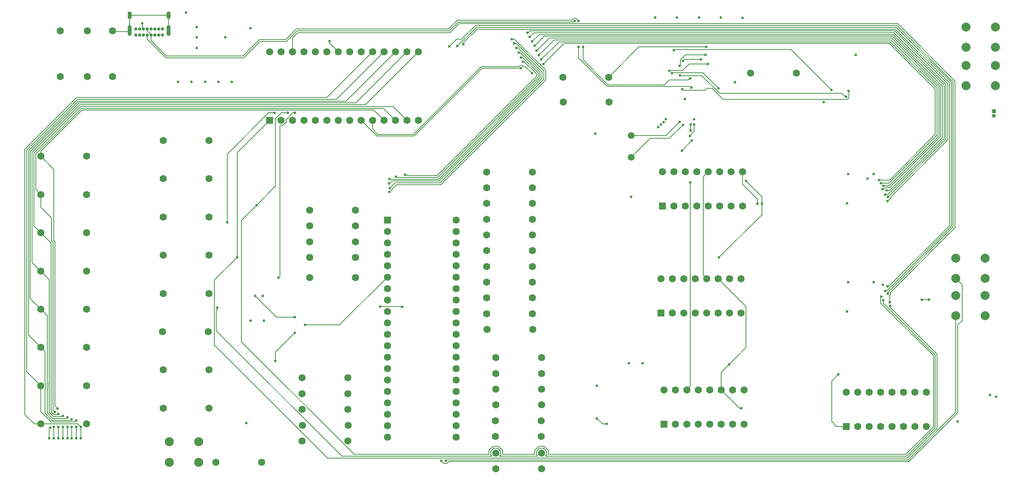
<source format=gbr>
%TF.GenerationSoftware,KiCad,Pcbnew,9.0.6*%
%TF.CreationDate,2025-12-21T16:43:38+01:00*%
%TF.ProjectId,Z80DevBoard,5a383044-6576-4426-9f61-72642e6b6963,rev?*%
%TF.SameCoordinates,Original*%
%TF.FileFunction,Copper,L4,Bot*%
%TF.FilePolarity,Positive*%
%FSLAX46Y46*%
G04 Gerber Fmt 4.6, Leading zero omitted, Abs format (unit mm)*
G04 Created by KiCad (PCBNEW 9.0.6) date 2025-12-21 16:43:38*
%MOMM*%
%LPD*%
G01*
G04 APERTURE LIST*
G04 Aperture macros list*
%AMRoundRect*
0 Rectangle with rounded corners*
0 $1 Rounding radius*
0 $2 $3 $4 $5 $6 $7 $8 $9 X,Y pos of 4 corners*
0 Add a 4 corners polygon primitive as box body*
4,1,4,$2,$3,$4,$5,$6,$7,$8,$9,$2,$3,0*
0 Add four circle primitives for the rounded corners*
1,1,$1+$1,$2,$3*
1,1,$1+$1,$4,$5*
1,1,$1+$1,$6,$7*
1,1,$1+$1,$8,$9*
0 Add four rect primitives between the rounded corners*
20,1,$1+$1,$2,$3,$4,$5,0*
20,1,$1+$1,$4,$5,$6,$7,0*
20,1,$1+$1,$6,$7,$8,$9,0*
20,1,$1+$1,$8,$9,$2,$3,0*%
G04 Aperture macros list end*
%TA.AperFunction,ComponentPad*%
%ADD10C,2.000000*%
%TD*%
%TA.AperFunction,ComponentPad*%
%ADD11C,1.600000*%
%TD*%
%TA.AperFunction,ComponentPad*%
%ADD12RoundRect,0.250000X0.550000X-0.550000X0.550000X0.550000X-0.550000X0.550000X-0.550000X-0.550000X0*%
%TD*%
%TA.AperFunction,ComponentPad*%
%ADD13C,0.700000*%
%TD*%
%TA.AperFunction,ComponentPad*%
%ADD14O,0.900000X2.400000*%
%TD*%
%TA.AperFunction,ComponentPad*%
%ADD15O,0.900000X1.700000*%
%TD*%
%TA.AperFunction,ComponentPad*%
%ADD16R,0.850000X0.850000*%
%TD*%
%TA.AperFunction,ComponentPad*%
%ADD17C,0.850000*%
%TD*%
%TA.AperFunction,ComponentPad*%
%ADD18C,1.500000*%
%TD*%
%TA.AperFunction,ComponentPad*%
%ADD19RoundRect,0.250000X-0.550000X-0.550000X0.550000X-0.550000X0.550000X0.550000X-0.550000X0.550000X0*%
%TD*%
%TA.AperFunction,ViaPad*%
%ADD20C,0.600000*%
%TD*%
%TA.AperFunction,Conductor*%
%ADD21C,0.200000*%
%TD*%
G04 APERTURE END LIST*
D10*
%TO.P,SW6,1,1*%
%TO.N,Vdd_3v3*%
X71000000Y-135000000D03*
X77500000Y-135000000D03*
%TO.P,SW6,2,2*%
%TO.N,Net-(SW5-A)*%
X71000000Y-139500000D03*
X77500000Y-139500000D03*
%TD*%
D11*
%TO.P,R16,1*%
%TO.N,Net-(SW5-A)*%
X81340000Y-139500000D03*
%TO.P,R16,2*%
%TO.N,GND*%
X91500000Y-139500000D03*
%TD*%
%TO.P,R8,1*%
%TO.N,Z80-MREQ*%
X110669500Y-131283000D03*
%TO.P,R8,2*%
%TO.N,Net-(D51-A)*%
X100509500Y-131283000D03*
%TD*%
%TO.P,R11,1*%
%TO.N,Z80-BUSACK*%
X143349500Y-133783000D03*
%TO.P,R11,2*%
%TO.N,Net-(D1-A)*%
X153509500Y-133783000D03*
%TD*%
%TO.P,R12,1*%
%TO.N,GND*%
X52741500Y-53746000D03*
%TO.P,R12,2*%
%TO.N,USB-C-CC1*%
X52741500Y-43586000D03*
%TD*%
%TO.P,R27,1*%
%TO.N,Z80-D5*%
X79592500Y-110500000D03*
%TO.P,R27,2*%
%TO.N,Net-(D33-K)*%
X69432500Y-110500000D03*
%TD*%
%TO.P,R15,1*%
%TO.N,Vcc-RP2040-RUN*%
X200000000Y-53000000D03*
%TO.P,R15,2*%
%TO.N,Vdd_3v3*%
X210160000Y-53000000D03*
%TD*%
D12*
%TO.P,ShiftRegisterIn2,1,~{PL}*%
%TO.N,RP2040-RWRAM-GPIO8-PL*%
X221240500Y-131539000D03*
D11*
%TO.P,ShiftRegisterIn2,2,CP*%
%TO.N,CLOCK_BUS*%
X223780500Y-131539000D03*
%TO.P,ShiftRegisterIn2,3,D4*%
%TO.N,Net-(D59-K)*%
X226320500Y-131539000D03*
%TO.P,ShiftRegisterIn2,4,D5*%
%TO.N,Net-(D63-K)*%
X228860500Y-131539000D03*
%TO.P,ShiftRegisterIn2,5,D6*%
%TO.N,Net-(D60-K)*%
X231400500Y-131539000D03*
%TO.P,ShiftRegisterIn2,6,D7*%
%TO.N,Net-(D64-K)*%
X233940500Y-131539000D03*
%TO.P,ShiftRegisterIn2,7,~{Q7}*%
%TO.N,unconnected-(ShiftRegisterIn2-~{Q7}-Pad7)*%
X236480500Y-131539000D03*
%TO.P,ShiftRegisterIn2,8,GND*%
%TO.N,GND*%
X239020500Y-131539000D03*
%TO.P,ShiftRegisterIn2,9,Q7*%
%TO.N,RP2040-RWRAM-GPIO7-Q7*%
X239020500Y-123919000D03*
%TO.P,ShiftRegisterIn2,10,DS*%
%TO.N,RP2040-RWRAM-GPIO6-DS*%
X236480500Y-123919000D03*
%TO.P,ShiftRegisterIn2,11,D0*%
%TO.N,Net-(D56-K)*%
X233940500Y-123919000D03*
%TO.P,ShiftRegisterIn2,12,D1*%
%TO.N,Net-(D61-K)*%
X231400500Y-123919000D03*
%TO.P,ShiftRegisterIn2,13,D2*%
%TO.N,Net-(D58-K)*%
X228860500Y-123919000D03*
%TO.P,ShiftRegisterIn2,14,D3*%
%TO.N,Net-(D62-K)*%
X226320500Y-123919000D03*
%TO.P,ShiftRegisterIn2,15,~{CE}*%
%TO.N,GND*%
X223780500Y-123919000D03*
%TO.P,ShiftRegisterIn2,16,VCC*%
%TO.N,Vdd_3v3*%
X221240500Y-123919000D03*
%TD*%
%TO.P,R40,1*%
%TO.N,Net-(D8-A)*%
X151672500Y-110000000D03*
%TO.P,R40,2*%
%TO.N,Z80-A0*%
X141512500Y-110000000D03*
%TD*%
%TO.P,R44,1*%
%TO.N,Net-(D26-A)*%
X151592500Y-103000000D03*
%TO.P,R44,2*%
%TO.N,Z80-A2*%
X141432500Y-103000000D03*
%TD*%
%TO.P,R46,1*%
%TO.N,Net-(D16-A)*%
X102092500Y-87000000D03*
%TO.P,R46,2*%
%TO.N,Z80-A12*%
X112252500Y-87000000D03*
%TD*%
%TO.P,R6,1*%
%TO.N,Z80-RESET*%
X143429500Y-123283000D03*
%TO.P,R6,2*%
%TO.N,Vcc*%
X153589500Y-123283000D03*
%TD*%
%TO.P,R25,1*%
%TO.N,Z80-D0*%
X79752500Y-68000000D03*
%TO.P,R25,2*%
%TO.N,Net-(D31-K)*%
X69592500Y-68000000D03*
%TD*%
%TO.P,R17,1*%
%TO.N,RP2040-Z80BOOTMODE*%
X168551500Y-59436000D03*
%TO.P,R17,2*%
%TO.N,Vdd_3v3*%
X158391500Y-59436000D03*
%TD*%
%TO.P,R26,1*%
%TO.N,Z80-D1*%
X79752500Y-76500000D03*
%TO.P,R26,2*%
%TO.N,Net-(D35-K)*%
X69592500Y-76500000D03*
%TD*%
%TO.P,R21,1*%
%TO.N,Z80-WR*%
X143432500Y-137500000D03*
%TO.P,R21,2*%
%TO.N,Net-(D55-A)*%
X153592500Y-137500000D03*
%TD*%
%TO.P,R9,1*%
%TO.N,Z80-M1*%
X143429500Y-119783000D03*
%TO.P,R9,2*%
%TO.N,Net-(D52-A)*%
X153589500Y-119783000D03*
%TD*%
%TO.P,R35,1*%
%TO.N,Net-(D43-A)*%
X52592500Y-97000000D03*
%TO.P,R35,2*%
%TO.N,RAM-Q3*%
X42432500Y-97000000D03*
%TD*%
%TO.P,R43,1*%
%TO.N,Net-(D14-A)*%
X102092500Y-83500000D03*
%TO.P,R43,2*%
%TO.N,Z80-A11*%
X112252500Y-83500000D03*
%TD*%
D10*
%TO.P,SW1,1,1*%
%TO.N,GND*%
X245583950Y-102434000D03*
X252083950Y-102434000D03*
%TO.P,SW1,2,2*%
%TO.N,Z80-WAIT*%
X245583950Y-106934000D03*
X252083950Y-106934000D03*
%TD*%
D11*
%TO.P,R36,1*%
%TO.N,Z80-D3*%
X79752500Y-93500000D03*
%TO.P,R36,2*%
%TO.N,Net-(D43-K)*%
X69592500Y-93500000D03*
%TD*%
%TO.P,R10,1*%
%TO.N,Z80-RFSH*%
X143429500Y-116283000D03*
%TO.P,R10,2*%
%TO.N,Net-(D53-A)*%
X153589500Y-116283000D03*
%TD*%
D12*
%TO.P,ShiftRegisterOut3,1,QB*%
%TO.N,Net-(D5-A)*%
X180411900Y-82539000D03*
D11*
%TO.P,ShiftRegisterOut3,2,QC*%
%TO.N,Net-(D7-A)*%
X182951900Y-82539000D03*
%TO.P,ShiftRegisterOut3,3,QD*%
%TO.N,Net-(D9-A)*%
X185491900Y-82539000D03*
%TO.P,ShiftRegisterOut3,4,QE*%
%TO.N,Net-(D11-A)*%
X188031900Y-82539000D03*
%TO.P,ShiftRegisterOut3,5,QF*%
%TO.N,Net-(D13-A)*%
X190571900Y-82539000D03*
%TO.P,ShiftRegisterOut3,6,QG*%
%TO.N,Net-(D15-A)*%
X193111900Y-82539000D03*
%TO.P,ShiftRegisterOut3,7,QH*%
%TO.N,Net-(D17-A)*%
X195651900Y-82539000D03*
%TO.P,ShiftRegisterOut3,8,GND*%
%TO.N,GND*%
X198191900Y-82539000D03*
%TO.P,ShiftRegisterOut3,9,QH'*%
%TO.N,Net-(ShiftRegisterOut1-SER)*%
X198191900Y-74919000D03*
%TO.P,ShiftRegisterOut3,10,~{SRCLR}*%
%TO.N,Vdd_3v3*%
X195651900Y-74919000D03*
%TO.P,ShiftRegisterOut3,11,SRCLK*%
%TO.N,CLOCK_BUS*%
X193111900Y-74919000D03*
%TO.P,ShiftRegisterOut3,12,RCLK*%
%TO.N,RP2040-SH-GPIO4-RCLK*%
X190571900Y-74919000D03*
%TO.P,ShiftRegisterOut3,13,~{OE}*%
%TO.N,GND*%
X188031900Y-74919000D03*
%TO.P,ShiftRegisterOut3,14,SER*%
%TO.N,RP2040-SH-GPIO2-SER*%
X185491900Y-74919000D03*
%TO.P,ShiftRegisterOut3,15,QA*%
%TO.N,Net-(D3-A)*%
X182951900Y-74919000D03*
%TO.P,ShiftRegisterOut3,16,VCC*%
%TO.N,Vdd_3v3*%
X180411900Y-74919000D03*
%TD*%
%TO.P,R2,1*%
%TO.N,Vcc*%
X100429500Y-120783000D03*
%TO.P,R2,2*%
%TO.N,Z80-INT*%
X110589500Y-120783000D03*
%TD*%
%TO.P,R4,1*%
%TO.N,Z80-HALT*%
X110589500Y-127783000D03*
%TO.P,R4,2*%
%TO.N,Net-(D45-A)*%
X100429500Y-127783000D03*
%TD*%
D10*
%TO.P,SW2,1,1*%
%TO.N,GND*%
X245583950Y-94184000D03*
X252083950Y-94184000D03*
%TO.P,SW2,2,2*%
%TO.N,Z80-RESET*%
X245583950Y-98684000D03*
X252083950Y-98684000D03*
%TD*%
D11*
%TO.P,R41,1*%
%TO.N,Net-(D22-A)*%
X151592500Y-106500000D03*
%TO.P,R41,2*%
%TO.N,Z80-A1*%
X141432500Y-106500000D03*
%TD*%
%TO.P,R37,1*%
%TO.N,Z80-D7*%
X79752500Y-127500000D03*
%TO.P,R37,2*%
%TO.N,Net-(D41-K)*%
X69592500Y-127500000D03*
%TD*%
%TO.P,R31,1*%
%TO.N,Net-(D37-A)*%
X52592500Y-122500000D03*
%TO.P,R31,2*%
%TO.N,RAM-Q6*%
X42432500Y-122500000D03*
%TD*%
%TO.P,R30,1*%
%TO.N,Net-(D39-A)*%
X52592500Y-88500000D03*
%TO.P,R30,2*%
%TO.N,RAM-Q2*%
X42432500Y-88500000D03*
%TD*%
%TO.P,R28,1*%
%TO.N,Net-(D33-A)*%
X52592500Y-114000000D03*
%TO.P,R28,2*%
%TO.N,RAM-Q5*%
X42432500Y-114000000D03*
%TD*%
%TO.P,R24,1*%
%TO.N,Z80-D4*%
X79752500Y-102000000D03*
%TO.P,R24,2*%
%TO.N,Net-(D47-K)*%
X69592500Y-102000000D03*
%TD*%
%TO.P,R48,1*%
%TO.N,Net-(D6-A)*%
X151592500Y-82000000D03*
%TO.P,R48,2*%
%TO.N,Z80-A8*%
X141432500Y-82000000D03*
%TD*%
D13*
%TO.P,USB_C1,A1,GND*%
%TO.N,GND*%
X69475000Y-44525000D03*
%TO.P,USB_C1,A4,VBUS*%
%TO.N,USB-C-VBUS*%
X68625000Y-44525000D03*
%TO.P,USB_C1,A5,CC1*%
%TO.N,USB-C-CC1*%
X67775000Y-44525000D03*
%TO.P,USB_C1,A6,D+*%
%TO.N,USB-RP2040-DP*%
X66925000Y-44525000D03*
%TO.P,USB_C1,A7,D-*%
%TO.N,USB-RP2040-DM*%
X66075000Y-44525000D03*
%TO.P,USB_C1,A8*%
%TO.N,N/C*%
X65225000Y-44525000D03*
%TO.P,USB_C1,A9,VBUS*%
%TO.N,USB-C-VBUS*%
X64375000Y-44525000D03*
%TO.P,USB_C1,A12,GND*%
%TO.N,GND*%
X63525000Y-44525000D03*
%TO.P,USB_C1,B1,GND*%
X63525000Y-43175000D03*
%TO.P,USB_C1,B4,VBUS*%
%TO.N,USB-C-VBUS*%
X64375000Y-43175000D03*
%TO.P,USB_C1,B5,CC2*%
%TO.N,USB-C-CC2*%
X65225000Y-43175000D03*
%TO.P,USB_C1,B6,D+*%
%TO.N,USB-RP2040-DP*%
X66075000Y-43175000D03*
%TO.P,USB_C1,B7,D-*%
%TO.N,USB-RP2040-DM*%
X66925000Y-43175000D03*
%TO.P,USB_C1,B8*%
%TO.N,N/C*%
X67775000Y-43175000D03*
%TO.P,USB_C1,B9,VBUS*%
%TO.N,USB-C-VBUS*%
X68625000Y-43175000D03*
%TO.P,USB_C1,B12,GND*%
%TO.N,GND*%
X69475000Y-43175000D03*
D14*
%TO.P,USB_C1,S1,SHIELD*%
%TO.N,Net-(USB_C1-SHIELD)*%
X70825000Y-43545000D03*
D15*
X70825000Y-40165000D03*
D14*
X62175000Y-43545000D03*
D15*
X62175000Y-40165000D03*
%TD*%
D11*
%TO.P,R23,1*%
%TO.N,Net-(D47-A)*%
X52592500Y-105500000D03*
%TO.P,R23,2*%
%TO.N,RAM-Q4*%
X42432500Y-105500000D03*
%TD*%
%TO.P,R5,1*%
%TO.N,Z80-WAIT*%
X143349500Y-130283000D03*
%TO.P,R5,2*%
%TO.N,Vcc*%
X153509500Y-130283000D03*
%TD*%
D16*
%TO.P,J1,1,Pin_1*%
%TO.N,RP2040-SWCLK-PIN*%
X254000000Y-61500000D03*
D17*
%TO.P,J1,2,Pin_2*%
%TO.N,RP2040-SWD-PIN*%
X254000000Y-62500000D03*
%TD*%
D10*
%TO.P,SW3,1,1*%
%TO.N,GND*%
X247833950Y-42750000D03*
X254333950Y-42750000D03*
%TO.P,SW3,2,2*%
%TO.N,RP2040-Z80BOOTMODE*%
X247833950Y-47250000D03*
X254333950Y-47250000D03*
%TD*%
D11*
%TO.P,R52,1*%
%TO.N,Net-(D20-A)*%
X102092500Y-94000000D03*
%TO.P,R52,2*%
%TO.N,Z80-A14*%
X112252500Y-94000000D03*
%TD*%
%TO.P,R38,1*%
%TO.N,Net-(D12-A)*%
X151592500Y-75000000D03*
%TO.P,R38,2*%
%TO.N,Z80-A10*%
X141432500Y-75000000D03*
%TD*%
%TO.P,R7,1*%
%TO.N,Z80-IORQ*%
X110589500Y-134783000D03*
%TO.P,R7,2*%
%TO.N,Net-(D50-A)*%
X100429500Y-134783000D03*
%TD*%
%TO.P,R13,1*%
%TO.N,USB-C-CC2*%
X46741500Y-43586000D03*
%TO.P,R13,2*%
%TO.N,GND*%
X46741500Y-53746000D03*
%TD*%
%TO.P,R32,1*%
%TO.N,Z80-D2*%
X79752500Y-85000000D03*
%TO.P,R32,2*%
%TO.N,Net-(D39-K)*%
X69592500Y-85000000D03*
%TD*%
%TO.P,R45,1*%
%TO.N,Net-(D4-A)*%
X151592500Y-85500000D03*
%TO.P,R45,2*%
%TO.N,Z80-A7*%
X141432500Y-85500000D03*
%TD*%
%TO.P,R49,1*%
%TO.N,Net-(D18-A)*%
X102092500Y-90500000D03*
%TO.P,R49,2*%
%TO.N,Z80-A13*%
X112252500Y-90500000D03*
%TD*%
%TO.P,R33,1*%
%TO.N,Z80-D6*%
X79752500Y-119000000D03*
%TO.P,R33,2*%
%TO.N,Net-(D37-K)*%
X69592500Y-119000000D03*
%TD*%
%TO.P,R22,1*%
%TO.N,Net-(D31-A)*%
X52592500Y-71500000D03*
%TO.P,R22,2*%
%TO.N,RAM-Q0*%
X42432500Y-71500000D03*
%TD*%
%TO.P,R14,1*%
%TO.N,GND*%
X58391500Y-53786000D03*
%TO.P,R14,2*%
%TO.N,Net-(USB_C1-SHIELD)*%
X58391500Y-43626000D03*
%TD*%
%TO.P,R3,1*%
%TO.N,Z80-NMI*%
X110589500Y-124283000D03*
%TO.P,R3,2*%
%TO.N,Vcc*%
X100429500Y-124283000D03*
%TD*%
D12*
%TO.P,ShiftRegisterOut2,1,QB*%
%TO.N,Net-(D61-A)*%
X180740500Y-131039000D03*
D11*
%TO.P,ShiftRegisterOut2,2,QC*%
%TO.N,Net-(D58-A)*%
X183280500Y-131039000D03*
%TO.P,ShiftRegisterOut2,3,QD*%
%TO.N,Net-(D62-A)*%
X185820500Y-131039000D03*
%TO.P,ShiftRegisterOut2,4,QE*%
%TO.N,Net-(D59-A)*%
X188360500Y-131039000D03*
%TO.P,ShiftRegisterOut2,5,QF*%
%TO.N,Net-(D63-A)*%
X190900500Y-131039000D03*
%TO.P,ShiftRegisterOut2,6,QG*%
%TO.N,Net-(D60-A)*%
X193440500Y-131039000D03*
%TO.P,ShiftRegisterOut2,7,QH*%
%TO.N,Net-(D64-A)*%
X195980500Y-131039000D03*
%TO.P,ShiftRegisterOut2,8,GND*%
%TO.N,GND*%
X198520500Y-131039000D03*
%TO.P,ShiftRegisterOut2,9,QH'*%
%TO.N,unconnected-(ShiftRegisterOut2-QH'-Pad9)*%
X198520500Y-123419000D03*
%TO.P,ShiftRegisterOut2,10,~{SRCLR}*%
%TO.N,Vdd_3v3*%
X195980500Y-123419000D03*
%TO.P,ShiftRegisterOut2,11,SRCLK*%
%TO.N,CLOCK_BUS*%
X193440500Y-123419000D03*
%TO.P,ShiftRegisterOut2,12,RCLK*%
%TO.N,RP2040-SH-GPIO3-RCLK*%
X190900500Y-123419000D03*
%TO.P,ShiftRegisterOut2,13,~{OE}*%
%TO.N,GND*%
X188360500Y-123419000D03*
%TO.P,ShiftRegisterOut2,14,SER*%
%TO.N,RP2040-SH-GPIO3-SER*%
X185820500Y-123419000D03*
%TO.P,ShiftRegisterOut2,15,QA*%
%TO.N,Net-(D56-A)*%
X183280500Y-123419000D03*
%TO.P,ShiftRegisterOut2,16,VCC*%
%TO.N,Vdd_3v3*%
X180740500Y-123419000D03*
%TD*%
%TO.P,R29,1*%
%TO.N,Net-(D35-A)*%
X52592500Y-80000000D03*
%TO.P,R29,2*%
%TO.N,RAM-Q1*%
X42432500Y-80000000D03*
%TD*%
D12*
%TO.P,ShiftRegisterOut1,1,QB*%
%TO.N,Net-(D27-A)*%
X180131900Y-106344000D03*
D11*
%TO.P,ShiftRegisterOut1,2,QC*%
%TO.N,Net-(D21-A)*%
X182671900Y-106344000D03*
%TO.P,ShiftRegisterOut1,3,QD*%
%TO.N,Net-(D29-A)*%
X185211900Y-106344000D03*
%TO.P,ShiftRegisterOut1,4,QE*%
%TO.N,Net-(D23-A)*%
X187751900Y-106344000D03*
%TO.P,ShiftRegisterOut1,5,QF*%
%TO.N,Net-(D46-A)*%
X190291900Y-106344000D03*
%TO.P,ShiftRegisterOut1,6,QG*%
%TO.N,Net-(D25-A)*%
X192831900Y-106344000D03*
%TO.P,ShiftRegisterOut1,7,QH*%
%TO.N,Net-(D54-A)*%
X195371900Y-106344000D03*
%TO.P,ShiftRegisterOut1,8,GND*%
%TO.N,GND*%
X197911900Y-106344000D03*
%TO.P,ShiftRegisterOut1,9,QH'*%
%TO.N,unconnected-(ShiftRegisterOut1-QH'-Pad9)*%
X197911900Y-98724000D03*
%TO.P,ShiftRegisterOut1,10,~{SRCLR}*%
%TO.N,Vdd_3v3*%
X195371900Y-98724000D03*
%TO.P,ShiftRegisterOut1,11,SRCLK*%
%TO.N,CLOCK_BUS*%
X192831900Y-98724000D03*
%TO.P,ShiftRegisterOut1,12,RCLK*%
%TO.N,RP2040-SH-GPIO4-RCLK*%
X190291900Y-98724000D03*
%TO.P,ShiftRegisterOut1,13,~{OE}*%
%TO.N,GND*%
X187751900Y-98724000D03*
%TO.P,ShiftRegisterOut1,14,SER*%
%TO.N,Net-(ShiftRegisterOut1-SER)*%
X185211900Y-98724000D03*
%TO.P,ShiftRegisterOut1,15,QA*%
%TO.N,Net-(D19-A)*%
X182671900Y-98724000D03*
%TO.P,ShiftRegisterOut1,16,VCC*%
%TO.N,Vdd_3v3*%
X180131900Y-98724000D03*
%TD*%
D10*
%TO.P,SW4,1,1*%
%TO.N,GND*%
X247833950Y-51300000D03*
X254333950Y-51300000D03*
%TO.P,SW4,2,2*%
%TO.N,RP2040-RPBOOTMODE*%
X247833950Y-55800000D03*
X254333950Y-55800000D03*
%TD*%
D12*
%TO.P,RAM1,1,A14*%
%TO.N,RAM-A14*%
X93232500Y-63500000D03*
D11*
%TO.P,RAM1,2,A12*%
%TO.N,RAM-A12*%
X95772500Y-63500000D03*
%TO.P,RAM1,3,A7*%
%TO.N,RAM-A7*%
X98312500Y-63500000D03*
%TO.P,RAM1,4,A6*%
%TO.N,RAM-A6*%
X100852500Y-63500000D03*
%TO.P,RAM1,5,A5*%
%TO.N,RAM-A5*%
X103392500Y-63500000D03*
%TO.P,RAM1,6,A4*%
%TO.N,RAM-A4*%
X105932500Y-63500000D03*
%TO.P,RAM1,7,A3*%
%TO.N,RAM-A3*%
X108472500Y-63500000D03*
%TO.P,RAM1,8,A2*%
%TO.N,RAM-A2*%
X111012500Y-63500000D03*
%TO.P,RAM1,9,A1*%
%TO.N,RAM-A1*%
X113552500Y-63500000D03*
%TO.P,RAM1,10,A0*%
%TO.N,RAM-A0*%
X116092500Y-63500000D03*
%TO.P,RAM1,11,Q0*%
%TO.N,RAM-Q0*%
X118632500Y-63500000D03*
%TO.P,RAM1,12,Q1*%
%TO.N,RAM-Q1*%
X121172500Y-63500000D03*
%TO.P,RAM1,13,Q2*%
%TO.N,RAM-Q2*%
X123712500Y-63500000D03*
%TO.P,RAM1,14,GND*%
%TO.N,GND*%
X126252500Y-63500000D03*
%TO.P,RAM1,15,Q3*%
%TO.N,RAM-Q3*%
X126252500Y-48260000D03*
%TO.P,RAM1,16,Q4*%
%TO.N,RAM-Q4*%
X123712500Y-48260000D03*
%TO.P,RAM1,17,Q5*%
%TO.N,RAM-Q5*%
X121172500Y-48260000D03*
%TO.P,RAM1,18,Q6*%
%TO.N,RAM-Q6*%
X118632500Y-48260000D03*
%TO.P,RAM1,19,Q7*%
%TO.N,RAM-Q7*%
X116092500Y-48260000D03*
%TO.P,RAM1,20,~{CS}*%
%TO.N,RAM-CS*%
X113552500Y-48260000D03*
%TO.P,RAM1,21,A10*%
%TO.N,RAM-A10*%
X111012500Y-48260000D03*
%TO.P,RAM1,22,~{OE}*%
%TO.N,RAM-OE*%
X108472500Y-48260000D03*
%TO.P,RAM1,23,A11*%
%TO.N,RAM-A11*%
X105932500Y-48260000D03*
%TO.P,RAM1,24,A9*%
%TO.N,RAM-A9*%
X103392500Y-48260000D03*
%TO.P,RAM1,25,A8*%
%TO.N,RAM-A8*%
X100852500Y-48260000D03*
%TO.P,RAM1,26,A13*%
%TO.N,RAM-A13*%
X98312500Y-48260000D03*
%TO.P,RAM1,27,~{WE}*%
%TO.N,RAM-WE*%
X95772500Y-48260000D03*
%TO.P,RAM1,28,VCC*%
%TO.N,Vcc*%
X93232500Y-48260000D03*
%TD*%
%TO.P,R51,1*%
%TO.N,Net-(D24-A)*%
X151592500Y-78500000D03*
%TO.P,R51,2*%
%TO.N,Z80-A9*%
X141432500Y-78500000D03*
%TD*%
%TO.P,R20,1*%
%TO.N,Z80-RD*%
X143432500Y-141000000D03*
%TO.P,R20,2*%
%TO.N,Net-(D49-A)*%
X153592500Y-141000000D03*
%TD*%
D18*
%TO.P,Y1,1,1*%
%TO.N,RP2040_XIN*%
X173500000Y-66870000D03*
%TO.P,Y1,2,2*%
%TO.N,RP2040_XOUT*%
X173500000Y-71750000D03*
%TD*%
D11*
%TO.P,R39,1*%
%TO.N,Net-(D10-A)*%
X151592500Y-92500000D03*
%TO.P,R39,2*%
%TO.N,Z80-A5*%
X141432500Y-92500000D03*
%TD*%
%TO.P,R47,1*%
%TO.N,Net-(D28-A)*%
X151592500Y-99500000D03*
%TO.P,R47,2*%
%TO.N,Z80-A3*%
X141432500Y-99500000D03*
%TD*%
%TO.P,R50,1*%
%TO.N,Net-(D30-A)*%
X151592500Y-96000000D03*
%TO.P,R50,2*%
%TO.N,Z80-A4*%
X141432500Y-96000000D03*
%TD*%
D19*
%TO.P,Z80,1,A_{11}*%
%TO.N,Z80-A11*%
X119389500Y-85658000D03*
D11*
%TO.P,Z80,2,A_{12}*%
%TO.N,Z80-A12*%
X119389500Y-88198000D03*
%TO.P,Z80,3,A_{13}*%
%TO.N,Z80-A13*%
X119389500Y-90738000D03*
%TO.P,Z80,4,A_{14}*%
%TO.N,Z80-A14*%
X119389500Y-93278000D03*
%TO.P,Z80,5,A_{15}*%
%TO.N,Z80-A15*%
X119389500Y-95818000D03*
%TO.P,Z80,6,CLK*%
%TO.N,CLOCK_Z80*%
X119389500Y-98358000D03*
%TO.P,Z80,7,D_{4}*%
%TO.N,Z80-D4*%
X119389500Y-100898000D03*
%TO.P,Z80,8,D_{3}*%
%TO.N,Z80-D3*%
X119389500Y-103438000D03*
%TO.P,Z80,9,D_{5}*%
%TO.N,Z80-D5*%
X119389500Y-105978000D03*
%TO.P,Z80,10,D_{6}*%
%TO.N,Z80-D6*%
X119389500Y-108518000D03*
%TO.P,Z80,11,V_{CC}*%
%TO.N,Vcc*%
X119389500Y-111058000D03*
%TO.P,Z80,12,D_{2}*%
%TO.N,Z80-D2*%
X119389500Y-113598000D03*
%TO.P,Z80,13,D_{7}*%
%TO.N,Z80-D7*%
X119389500Y-116138000D03*
%TO.P,Z80,14,D_{0}*%
%TO.N,Z80-D0*%
X119389500Y-118678000D03*
%TO.P,Z80,15,D_{1}*%
%TO.N,Z80-D1*%
X119389500Y-121218000D03*
%TO.P,Z80,16,~{INT}*%
%TO.N,Z80-INT*%
X119389500Y-123758000D03*
%TO.P,Z80,17,~{NMI}*%
%TO.N,Z80-NMI*%
X119389500Y-126298000D03*
%TO.P,Z80,18,~{HALT}*%
%TO.N,Z80-HALT*%
X119389500Y-128838000D03*
%TO.P,Z80,19,~{MREQ}*%
%TO.N,Z80-MREQ*%
X119389500Y-131378000D03*
%TO.P,Z80,20,~{IORQ}*%
%TO.N,Z80-IORQ*%
X119389500Y-133918000D03*
%TO.P,Z80,21,~{RD}*%
%TO.N,Z80-RD*%
X134629500Y-133918000D03*
%TO.P,Z80,22,~{WR}*%
%TO.N,Z80-WR*%
X134629500Y-131378000D03*
%TO.P,Z80,23,~{BUSACK}*%
%TO.N,Z80-BUSACK*%
X134629500Y-128838000D03*
%TO.P,Z80,24,~{WAIT}*%
%TO.N,Z80-WAIT*%
X134629500Y-126298000D03*
%TO.P,Z80,25,~{BUSREQ}*%
%TO.N,Z80-BUSREQ*%
X134629500Y-123758000D03*
%TO.P,Z80,26,~{RESET}*%
%TO.N,Z80-RESET*%
X134629500Y-121218000D03*
%TO.P,Z80,27,~{M1}*%
%TO.N,Z80-M1*%
X134629500Y-118678000D03*
%TO.P,Z80,28,~{RFSH}*%
%TO.N,Z80-RFSH*%
X134629500Y-116138000D03*
%TO.P,Z80,29,GND*%
%TO.N,GND*%
X134629500Y-113598000D03*
%TO.P,Z80,30,A_{0}*%
%TO.N,Z80-A0*%
X134629500Y-111058000D03*
%TO.P,Z80,31,A_{1}*%
%TO.N,Z80-A1*%
X134629500Y-108518000D03*
%TO.P,Z80,32,A_{2}*%
%TO.N,Z80-A2*%
X134629500Y-105978000D03*
%TO.P,Z80,33,A_{3}*%
%TO.N,Z80-A3*%
X134629500Y-103438000D03*
%TO.P,Z80,34,A_{4}*%
%TO.N,Z80-A4*%
X134629500Y-100898000D03*
%TO.P,Z80,35,A_{5}*%
%TO.N,Z80-A5*%
X134629500Y-98358000D03*
%TO.P,Z80,36,A_{6}*%
%TO.N,Z80-A6*%
X134629500Y-95818000D03*
%TO.P,Z80,37,A_{7}*%
%TO.N,Z80-A7*%
X134629500Y-93278000D03*
%TO.P,Z80,38,A_{8}*%
%TO.N,Z80-A8*%
X134629500Y-90738000D03*
%TO.P,Z80,39,A_{9}*%
%TO.N,Z80-A9*%
X134629500Y-88198000D03*
%TO.P,Z80,40,A_{10}*%
%TO.N,Z80-A10*%
X134629500Y-85658000D03*
%TD*%
%TO.P,R1,1*%
%TO.N,Vcc*%
X153589500Y-126783000D03*
%TO.P,R1,2*%
%TO.N,Z80-BUSREQ*%
X143429500Y-126783000D03*
%TD*%
%TO.P,R18,1*%
%TO.N,RP2040-RPBOOTMODE*%
X168471500Y-53936000D03*
%TO.P,R18,2*%
%TO.N,Vdd_3v3*%
X158311500Y-53936000D03*
%TD*%
%TO.P,R34,1*%
%TO.N,Net-(D41-A)*%
X52592500Y-131000000D03*
%TO.P,R34,2*%
%TO.N,RAM-Q7*%
X42432500Y-131000000D03*
%TD*%
%TO.P,R19,1*%
%TO.N,Z80-A15*%
X112252500Y-98500000D03*
%TO.P,R19,2*%
%TO.N,Net-(D57-A)*%
X102092500Y-98500000D03*
%TD*%
%TO.P,R42,1*%
%TO.N,Net-(D2-A)*%
X151592500Y-89000000D03*
%TO.P,R42,2*%
%TO.N,Z80-A6*%
X141432500Y-89000000D03*
%TD*%
D20*
%TO.N,RAM-A4*%
X230192139Y-79043634D03*
%TO.N,RP2040-SH-GPIO3-SER*%
X186650900Y-77349100D03*
%TO.N,CLOCK_BUS*%
X195250000Y-117750000D03*
%TO.N,RP2040-RWRAM-GPIO5-DIR*%
X187000010Y-68000000D03*
%TO.N,Vdd_3v3*%
X91700000Y-102500000D03*
%TO.N,RAM-A7*%
X119837404Y-79384161D03*
%TO.N,RAM-A4*%
X119838215Y-76556785D03*
%TO.N,RAM-A5*%
X119695129Y-77543658D03*
%TO.N,RAM-A11*%
X229000000Y-102703000D03*
%TO.N,RAM-WE*%
X165909500Y-129783000D03*
X168100000Y-131009441D03*
%TO.N,RAM-A8*%
X136281196Y-46541234D03*
%TO.N,RAM-OE*%
X106500000Y-45900000D03*
%TO.N,RAM-A12*%
X122694500Y-105000000D03*
X117807000Y-104877000D03*
%TO.N,Net-(SW5-A)*%
X98850000Y-110750000D03*
X94500000Y-117000000D03*
%TO.N,Net-(O2--)*%
X90000000Y-102500000D03*
X98850000Y-107250000D03*
%TO.N,GND*%
X89000000Y-108000000D03*
%TO.N,CLOCK_Z80*%
X101150000Y-109000000D03*
%TO.N,RAM-A14*%
X86000000Y-94000000D03*
X230956812Y-104779186D03*
%TO.N,RAM-A9*%
X134932010Y-47000000D03*
X229891500Y-101436000D03*
%TO.N,RAM-Q6*%
X50333950Y-131684000D03*
X50333950Y-130184000D03*
X50333950Y-134184000D03*
%TO.N,RAM-Q5*%
X49333950Y-131684000D03*
X49333950Y-129999000D03*
X49333950Y-134184000D03*
%TO.N,RAM-A10*%
X133092500Y-47100000D03*
X230457187Y-102001687D03*
%TO.N,RAM-A7*%
X230391500Y-81436000D03*
X150500000Y-44000000D03*
X147000000Y-45436000D03*
%TO.N,RAM-A5*%
X229908039Y-80026152D03*
X151500000Y-46000000D03*
X148000000Y-47436000D03*
%TO.N,RAM-A12*%
X81600000Y-105184000D03*
X229500000Y-103436000D03*
%TO.N,RAM-Q4*%
X48333950Y-129584000D03*
X48333950Y-131684000D03*
X48333950Y-134184000D03*
%TO.N,Vcc*%
X74726500Y-39586000D03*
X227385400Y-75453000D03*
X253143000Y-124564000D03*
X75891500Y-54936000D03*
X221660400Y-75453000D03*
X227385400Y-99453000D03*
X223391500Y-48936000D03*
X221660400Y-99453000D03*
X77091500Y-47386000D03*
%TO.N,RAM-A11*%
X90333950Y-82400000D03*
X97333950Y-61843000D03*
%TO.N,RAM-Q7*%
X51333950Y-134184000D03*
X51333950Y-131684000D03*
%TO.N,RAM-A6*%
X147500000Y-46436000D03*
X119924265Y-78575735D03*
X151000000Y-45000000D03*
X230518273Y-80543471D03*
%TO.N,RAM-Q0*%
X44333950Y-134184000D03*
X46198382Y-127579708D03*
X44552035Y-131853145D03*
%TO.N,RAM-A0*%
X228549437Y-76778067D03*
X154000000Y-51000000D03*
X151477750Y-53022250D03*
%TO.N,RAM-A13*%
X94333950Y-61843000D03*
X230891500Y-103936000D03*
X83833950Y-86184000D03*
%TO.N,RAM-A1*%
X153500000Y-50000000D03*
X228918468Y-77487870D03*
X149000000Y-51936000D03*
%TO.N,GND*%
X78891500Y-54936000D03*
X246000000Y-130500000D03*
X165909500Y-122500000D03*
X77091500Y-42786000D03*
X72891500Y-54936000D03*
X173500000Y-80500000D03*
X173000000Y-117500000D03*
X165500000Y-66500000D03*
X88109500Y-130783000D03*
X185454000Y-58736000D03*
X221391500Y-82000000D03*
X254500000Y-125000000D03*
X229391500Y-100103000D03*
X216216500Y-59436000D03*
X221391500Y-106000000D03*
X226000000Y-76500000D03*
%TO.N,RAM-Q3*%
X47333950Y-134184000D03*
X47333950Y-131684000D03*
X47333950Y-129183000D03*
%TO.N,RAM-A3*%
X229290172Y-78810266D03*
X149000000Y-49500000D03*
X121236250Y-75999000D03*
X152500000Y-48000000D03*
%TO.N,RAM-Q2*%
X46333950Y-134184000D03*
X46333950Y-131684000D03*
X46333950Y-128782000D03*
%TO.N,RAM-Q1*%
X45598382Y-128331503D03*
X45333950Y-134184000D03*
X45333950Y-131684000D03*
%TO.N,RAM-CS*%
X98833950Y-61843000D03*
X95192500Y-98500000D03*
%TO.N,RAM-A2*%
X123256250Y-75598000D03*
X149480007Y-50455993D03*
X153000000Y-49000000D03*
X229499236Y-78038064D03*
%TO.N,RAM-A4*%
X148500000Y-48436000D03*
X152112015Y-46887985D03*
%TO.N,RAM-A8*%
X230391500Y-100436000D03*
%TO.N,Z80-WAIT*%
X132333950Y-139201000D03*
%TO.N,Z80-RESET*%
X131333950Y-139201000D03*
%TO.N,Vdd_3v3*%
X193383950Y-40684000D03*
X188533950Y-40684000D03*
X84833950Y-54936000D03*
X178833950Y-40684000D03*
X198250000Y-40750000D03*
X176000000Y-117500000D03*
X83391500Y-45086000D03*
X89000000Y-43000000D03*
X92000000Y-108000000D03*
X77091500Y-45086000D03*
X81891500Y-54936000D03*
X183683950Y-40684000D03*
%TO.N,RP2040-DVDD*%
X185054000Y-50272084D03*
X189000000Y-50000000D03*
%TO.N,RP2040-RWRAM-GPIO5-DIR*%
X179485421Y-65000000D03*
X184742710Y-70257290D03*
%TO.N,FLASH-DO-RP2040-QSPI_SD1*%
X182600000Y-53043762D03*
X192891500Y-56436000D03*
%TO.N,FLASH-DI-RP2040-QSPI_SD0*%
X184291500Y-51436000D03*
X190000000Y-48936000D03*
%TO.N,FLASH-CS-RP2040-QSPI_SS*%
X190500000Y-51000000D03*
X182000000Y-52500000D03*
%TO.N,USB-C-CC2*%
X65000000Y-41924000D03*
%TO.N,RP2040-RPBOOTMODE*%
X190190950Y-47184000D03*
%TO.N,RP2040_XIN*%
X184250000Y-63859743D03*
%TO.N,RP2040-RWRAM-GPIO7-Q7*%
X180694558Y-63923890D03*
%TO.N,RP2040_XOUT*%
X185000000Y-64500000D03*
%TO.N,CLOCK_FLASH*%
X184350000Y-53536000D03*
X221250000Y-58250000D03*
%TO.N,USB-RP2040-DP*%
X162833950Y-47184000D03*
X186655000Y-54166726D03*
X161824975Y-41430000D03*
%TO.N,USB-RP2040-DM*%
X160976446Y-41430001D03*
X186854000Y-56184000D03*
X161833950Y-47184000D03*
%TO.N,FLASH-HOLD-RESRT-RP2040-QSPI_SD3*%
X184854000Y-56600000D03*
X221750000Y-57000000D03*
%TO.N,FLASH-WP-RP2040-QSPI_SD2*%
X182948428Y-47948428D03*
X217982230Y-56767770D03*
%TO.N,RP2040-SWD-PIN*%
X187500000Y-64400000D03*
X186500000Y-67000000D03*
%TO.N,RP2040-RWRAM-GPIO8-PL*%
X219500000Y-120000000D03*
X237999000Y-103399000D03*
X239600000Y-103399000D03*
X181200000Y-63274835D03*
%TO.N,RP2040-RWRAM-GPIO6-DS*%
X180085421Y-64442499D03*
%TO.N,Net-(ShiftRegisterOut1-SER)*%
X201500000Y-82038000D03*
%TO.N,RP2040-SWCLK-PIN*%
X186727044Y-65772956D03*
X186693784Y-64398000D03*
%TO.N,Vcc-RP2040-RUN*%
X196500000Y-55000000D03*
%TO.N,CLOCK_BUS*%
X193000000Y-94000000D03*
X199000000Y-77000000D03*
X202500000Y-82038000D03*
X198000000Y-127500000D03*
%TO.N,Vcc-RP2040-RUN*%
X187454000Y-63259743D03*
%TD*%
D21*
%TO.N,RP2040-SWCLK-PIN*%
X186727044Y-64431260D02*
X186693784Y-64398000D01*
X186727044Y-65772956D02*
X186727044Y-64431260D01*
%TO.N,RP2040-SH-GPIO3-SER*%
X186650900Y-122588600D02*
X185820500Y-123419000D01*
X186650900Y-77349100D02*
X186650900Y-122588600D01*
%TO.N,CLOCK_BUS*%
X193440500Y-119559500D02*
X193440500Y-123419000D01*
X195250000Y-117750000D02*
X193440500Y-119559500D01*
%TO.N,RP2040-RWRAM-GPIO8-PL*%
X219039000Y-131539000D02*
X221240500Y-131539000D01*
X218000000Y-121500000D02*
X218000000Y-130500000D01*
X219500000Y-120000000D02*
X218000000Y-121500000D01*
X218000000Y-130500000D02*
X219039000Y-131539000D01*
%TO.N,RAM-A8*%
X139267000Y-43233000D02*
X136285265Y-46214735D01*
X232179850Y-43233000D02*
X139267000Y-43233000D01*
X136285265Y-46214735D02*
X136285265Y-46537165D01*
X244193000Y-55246150D02*
X232179850Y-43233000D01*
X230674343Y-100436000D02*
X244193000Y-86917343D01*
X244193000Y-86917343D02*
X244193000Y-55246150D01*
X230391500Y-100436000D02*
X230674343Y-100436000D01*
X136285265Y-46537165D02*
X136281196Y-46541234D01*
%TO.N,RAM-A9*%
X139100900Y-42832000D02*
X134932900Y-47000000D01*
X232345950Y-42832000D02*
X139100900Y-42832000D01*
X134932900Y-47000000D02*
X134932010Y-47000000D01*
X244594000Y-55080050D02*
X232345950Y-42832000D01*
X244594000Y-87083443D02*
X244594000Y-55080050D01*
X230241443Y-101436000D02*
X244594000Y-87083443D01*
X229891500Y-101436000D02*
X230241443Y-101436000D01*
%TO.N,RAM-A14*%
X81000000Y-99000000D02*
X86000000Y-94000000D01*
X81000000Y-113464550D02*
X81000000Y-99000000D01*
X106136450Y-138601000D02*
X81000000Y-113464550D01*
X132084007Y-138601000D02*
X106136450Y-138601000D01*
X132085007Y-138600000D02*
X132084007Y-138601000D01*
X234764800Y-138601000D02*
X132583893Y-138601000D01*
X241401000Y-131964800D02*
X234764800Y-138601000D01*
X132583893Y-138601000D02*
X132582893Y-138600000D01*
X241401000Y-115504803D02*
X241401000Y-131964800D01*
X230956812Y-105060615D02*
X241401000Y-115504803D01*
X230956812Y-104779186D02*
X230956812Y-105060615D01*
X132582893Y-138600000D02*
X132085007Y-138600000D01*
%TO.N,RAM-A11*%
X87000000Y-85733950D02*
X90333950Y-82400000D01*
X87000000Y-112796450D02*
X87000000Y-85733950D01*
X112002550Y-137799000D02*
X87000000Y-112796450D01*
X131751807Y-137799000D02*
X112002550Y-137799000D01*
X131752807Y-137798000D02*
X131751807Y-137799000D01*
X132915093Y-137798000D02*
X131752807Y-137798000D01*
X141930500Y-137799000D02*
X132916093Y-137799000D01*
X141930500Y-136877850D02*
X141930500Y-137799000D01*
X142810350Y-135998000D02*
X141930500Y-136877850D01*
X144054650Y-135998000D02*
X142810350Y-135998000D01*
X144934500Y-136877850D02*
X144054650Y-135998000D01*
X144934500Y-137799000D02*
X144934500Y-136877850D01*
X132916093Y-137799000D02*
X132915093Y-137798000D01*
X152090500Y-136877850D02*
X152090500Y-137799000D01*
X152970350Y-135998000D02*
X152090500Y-136877850D01*
X154214650Y-135998000D02*
X152970350Y-135998000D01*
X155094500Y-136877850D02*
X154214650Y-135998000D01*
X234432600Y-137799000D02*
X155094500Y-137799000D01*
X240599000Y-131632600D02*
X234432600Y-137799000D01*
X240599000Y-115837003D02*
X240599000Y-131632600D01*
X228899000Y-104137003D02*
X240599000Y-115837003D01*
X228899000Y-102804000D02*
X228899000Y-104137003D01*
X229000000Y-102703000D02*
X228899000Y-102804000D01*
X155094500Y-137799000D02*
X155094500Y-136877850D01*
X152090500Y-137799000D02*
X144934500Y-137799000D01*
%TO.N,RAM-A12*%
X241000000Y-115670903D02*
X229500000Y-104170903D01*
X241000000Y-131798700D02*
X241000000Y-115670903D01*
X154449550Y-138200000D02*
X234598700Y-138200000D01*
X154693500Y-137956050D02*
X154449550Y-138200000D01*
X154693500Y-137043950D02*
X154693500Y-137956050D01*
X153136450Y-136399000D02*
X154048550Y-136399000D01*
X152491500Y-137043950D02*
X153136450Y-136399000D01*
X152491500Y-137956050D02*
X152491500Y-137043950D01*
X234598700Y-138200000D02*
X241000000Y-131798700D01*
X152735450Y-138200000D02*
X152491500Y-137956050D01*
X144289550Y-138200000D02*
X152735450Y-138200000D01*
X144533500Y-137956050D02*
X144289550Y-138200000D01*
X144533500Y-137043950D02*
X144533500Y-137956050D01*
X142976450Y-136399000D02*
X143888550Y-136399000D01*
X142331500Y-137956050D02*
X142331500Y-137043950D01*
X132749993Y-138200000D02*
X142575450Y-138200000D01*
X143888550Y-136399000D02*
X144533500Y-137043950D01*
X131918907Y-138199000D02*
X132748993Y-138199000D01*
X131917907Y-138200000D02*
X131918907Y-138199000D01*
X142575450Y-138200000D02*
X142331500Y-137956050D01*
X142331500Y-137043950D02*
X142976450Y-136399000D01*
X109289450Y-138200000D02*
X131917907Y-138200000D01*
X229500000Y-104170903D02*
X229500000Y-103436000D01*
X81401000Y-110311550D02*
X109289450Y-138200000D01*
X81401000Y-105783000D02*
X81401000Y-110311550D01*
X154048550Y-136399000D02*
X154693500Y-137043950D01*
X132748993Y-138199000D02*
X132749993Y-138200000D01*
X81600000Y-105584000D02*
X81401000Y-105783000D01*
X81600000Y-105184000D02*
X81600000Y-105584000D01*
%TO.N,USB-RP2040-DP*%
X162833950Y-50061175D02*
X162833950Y-47184000D01*
X180901000Y-55599000D02*
X168371775Y-55599000D01*
X168371775Y-55599000D02*
X162833950Y-50061175D01*
X186082523Y-54500000D02*
X182000000Y-54500000D01*
X186415797Y-54166726D02*
X186082523Y-54500000D01*
X182000000Y-54500000D02*
X180901000Y-55599000D01*
X186655000Y-54166726D02*
X186415797Y-54166726D01*
%TO.N,USB-RP2040-DM*%
X186670000Y-56000000D02*
X186854000Y-56184000D01*
X161833950Y-47184000D02*
X161833950Y-49628275D01*
X161833950Y-49628275D02*
X168205675Y-56000000D01*
X168205675Y-56000000D02*
X186670000Y-56000000D01*
%TO.N,RP2040-RPBOOTMODE*%
X175223500Y-47184000D02*
X168471500Y-53936000D01*
X190190950Y-47184000D02*
X175223500Y-47184000D01*
%TO.N,FLASH-WP-RP2040-QSPI_SD2*%
X209011206Y-47796746D02*
X217982230Y-56767770D01*
X182948428Y-47948428D02*
X183100110Y-47796746D01*
X183100110Y-47796746D02*
X209011206Y-47796746D01*
%TO.N,RP2040-DVDD*%
X185054000Y-50227916D02*
X185054000Y-50272084D01*
X189000000Y-50000000D02*
X185281916Y-50000000D01*
X185281916Y-50000000D02*
X185054000Y-50227916D01*
%TO.N,FLASH-DO-RP2040-QSPI_SD1*%
X182708762Y-52935000D02*
X189390500Y-52935000D01*
X189390500Y-52935000D02*
X192891500Y-56436000D01*
X182600000Y-53043762D02*
X182708762Y-52935000D01*
%TO.N,CLOCK_FLASH*%
X184493472Y-53536000D02*
X184350000Y-53536000D01*
X184659714Y-53702242D02*
X184493472Y-53536000D01*
X184697758Y-53702242D02*
X184659714Y-53702242D01*
X220250000Y-57500000D02*
X193105557Y-57500000D01*
X193105557Y-57500000D02*
X189171283Y-53565726D01*
X221000000Y-58250000D02*
X220250000Y-57500000D01*
X184834274Y-53565726D02*
X184697758Y-53702242D01*
X221250000Y-58250000D02*
X221000000Y-58250000D01*
X189171283Y-53565726D02*
X184834274Y-53565726D01*
%TO.N,RP2040-SH-GPIO4-RCLK*%
X189470900Y-76020000D02*
X189470900Y-97903000D01*
X189470900Y-97903000D02*
X190291900Y-98724000D01*
X190571900Y-74919000D02*
X189470900Y-76020000D01*
%TO.N,RP2040-SWD-PIN*%
X187500000Y-66000000D02*
X187500000Y-64400000D01*
X186500000Y-67000000D02*
X187500000Y-66000000D01*
%TO.N,RP2040-RWRAM-GPIO5-DIR*%
X184742720Y-70257290D02*
X187000010Y-68000000D01*
X184742710Y-70257290D02*
X184742720Y-70257290D01*
%TO.N,RP2040-RWRAM-GPIO8-PL*%
X237999000Y-103399000D02*
X239600000Y-103399000D01*
%TO.N,RAM-WE*%
X167135941Y-131009441D02*
X165909500Y-129783000D01*
X168100000Y-131009441D02*
X167135941Y-131009441D01*
%TO.N,RAM-A7*%
X147576943Y-45436000D02*
X147000000Y-45436000D01*
X154497500Y-52356557D02*
X147576943Y-45436000D01*
X131210943Y-77802000D02*
X154497500Y-54515443D01*
X154497500Y-54515443D02*
X154497500Y-52356557D01*
X120525265Y-78696300D02*
X121419565Y-77802000D01*
X121419565Y-77802000D02*
X131210943Y-77802000D01*
X120525265Y-78824678D02*
X120525265Y-78696300D01*
X120173208Y-79176735D02*
X120525265Y-78824678D01*
X120044830Y-79176735D02*
X120173208Y-79176735D01*
X119837404Y-79384161D02*
X120044830Y-79176735D01*
%TO.N,RAM-A6*%
X154096500Y-52522657D02*
X148009843Y-46436000D01*
X154096500Y-54349343D02*
X154096500Y-52522657D01*
X131044843Y-77401000D02*
X154096500Y-54349343D01*
X121099000Y-77401000D02*
X131044843Y-77401000D01*
X148009843Y-46436000D02*
X147500000Y-46436000D01*
X119924265Y-78575735D02*
X121099000Y-77401000D01*
%TO.N,RAM-A2*%
X149500000Y-50436000D02*
X149480007Y-50455993D01*
X149741443Y-50436000D02*
X149500000Y-50436000D01*
X130380443Y-75797000D02*
X152492500Y-53684943D01*
X152492500Y-53684943D02*
X152492500Y-53187057D01*
X123581000Y-75598000D02*
X123780000Y-75797000D01*
X123256250Y-75598000D02*
X123581000Y-75598000D01*
X152492500Y-53187057D02*
X149741443Y-50436000D01*
X123780000Y-75797000D02*
X130380443Y-75797000D01*
%TO.N,RAM-A3*%
X152893500Y-53020957D02*
X149372543Y-49500000D01*
X149372543Y-49500000D02*
X149000000Y-49500000D01*
X152893500Y-53851043D02*
X152893500Y-53020957D01*
X121435250Y-76198000D02*
X130546543Y-76198000D01*
X121236250Y-75999000D02*
X121435250Y-76198000D01*
X130546543Y-76198000D02*
X152893500Y-53851043D01*
%TO.N,RAM-A4*%
X153294500Y-52854857D02*
X148875643Y-48436000D01*
X130712643Y-76599000D02*
X153294500Y-54017143D01*
X119880430Y-76599000D02*
X130712643Y-76599000D01*
X119838215Y-76556785D02*
X119880430Y-76599000D01*
X153294500Y-54017143D02*
X153294500Y-52854857D01*
X148875643Y-48436000D02*
X148500000Y-48436000D01*
%TO.N,RAM-A5*%
X148442743Y-47436000D02*
X148000000Y-47436000D01*
X130878743Y-77000000D02*
X153695500Y-54183243D01*
X119846600Y-77543658D02*
X120390258Y-77000000D01*
X153695500Y-54183243D02*
X153695500Y-52688757D01*
X153695500Y-52688757D02*
X148442743Y-47436000D01*
X119695129Y-77543658D02*
X119846600Y-77543658D01*
X120390258Y-77000000D02*
X130878743Y-77000000D01*
%TO.N,Z80-RESET*%
X132601000Y-139802000D02*
X133000000Y-139403000D01*
X131333950Y-139201000D02*
X131934950Y-139802000D01*
X131934950Y-139802000D02*
X132601000Y-139802000D01*
X235097000Y-139403000D02*
X133000000Y-139403000D01*
X245984950Y-128515050D02*
X235097000Y-139403000D01*
X247000000Y-108000000D02*
X245984950Y-109015050D01*
X245583950Y-98684000D02*
X247000000Y-100100050D01*
X247000000Y-100100050D02*
X247000000Y-108000000D01*
X245984950Y-109015050D02*
X245984950Y-128515050D01*
%TO.N,RAM-A12*%
X122571500Y-104877000D02*
X117807000Y-104877000D01*
X122694500Y-105000000D02*
X122571500Y-104877000D01*
%TO.N,RAM-A14*%
X86000000Y-70732500D02*
X86000000Y-94000000D01*
X93232500Y-63500000D02*
X86000000Y-70732500D01*
%TO.N,USB-RP2040-DM*%
X66075000Y-45492150D02*
X66075000Y-44525000D01*
X70167850Y-49585000D02*
X66075000Y-45492150D01*
X96932900Y-46000000D02*
X91085050Y-46000000D01*
X91085050Y-46000000D02*
X87500050Y-49585000D01*
X133144357Y-43599000D02*
X99333900Y-43599000D01*
X135114357Y-41629000D02*
X133144357Y-43599000D01*
X160777447Y-41629000D02*
X135114357Y-41629000D01*
X87500050Y-49585000D02*
X70167850Y-49585000D01*
X160976446Y-41430001D02*
X160777447Y-41629000D01*
X99333900Y-43599000D02*
X96932900Y-46000000D01*
%TO.N,USB-RP2040-DP*%
X66925000Y-45775050D02*
X66925000Y-44525000D01*
X87333950Y-49184000D02*
X70333950Y-49184000D01*
X90918950Y-45599000D02*
X87333950Y-49184000D01*
X96766800Y-45599000D02*
X90918950Y-45599000D01*
X70333950Y-49184000D02*
X66925000Y-45775050D01*
X99167800Y-43198000D02*
X96766800Y-45599000D01*
X160328504Y-41228000D02*
X134948257Y-41228000D01*
X160727503Y-40829001D02*
X160328504Y-41228000D01*
X161225389Y-40829001D02*
X160727503Y-40829001D01*
X161577446Y-41181058D02*
X161225389Y-40829001D01*
X134948257Y-41228000D02*
X132978257Y-43198000D01*
X132978257Y-43198000D02*
X99167800Y-43198000D01*
X161824975Y-41430000D02*
X161577446Y-41182471D01*
X161577446Y-41182471D02*
X161577446Y-41181058D01*
%TO.N,RAM-A13*%
X98312500Y-45187500D02*
X98312500Y-48260000D01*
X99500000Y-44000000D02*
X98312500Y-45187500D01*
X133310457Y-44000000D02*
X99500000Y-44000000D01*
X232678150Y-42030000D02*
X135280457Y-42030000D01*
X245396000Y-87415643D02*
X245396000Y-54747850D01*
X135280457Y-42030000D02*
X133310457Y-44000000D01*
X231058187Y-102250630D02*
X231058187Y-101753456D01*
X231058187Y-101753456D02*
X245396000Y-87415643D01*
X245396000Y-54747850D02*
X232678150Y-42030000D01*
X230891500Y-102417317D02*
X231058187Y-102250630D01*
X230891500Y-103936000D02*
X230891500Y-102417317D01*
%TO.N,RAM-A10*%
X134692500Y-45500000D02*
X133092500Y-47100000D01*
X232512050Y-42431000D02*
X138934800Y-42431000D01*
X138934800Y-42431000D02*
X135865800Y-45500000D01*
X244995000Y-87249543D02*
X244995000Y-54913950D01*
X230457187Y-101787356D02*
X244995000Y-87249543D01*
X244995000Y-54913950D02*
X232512050Y-42431000D01*
X135865800Y-45500000D02*
X134692500Y-45500000D01*
X230457187Y-102001687D02*
X230457187Y-101787356D01*
%TO.N,RAM-A0*%
X230881077Y-76778067D02*
X228549437Y-76778067D01*
X240985000Y-66674144D02*
X230881077Y-76778067D01*
X230851050Y-46441000D02*
X240985000Y-56574950D01*
X240985000Y-56574950D02*
X240985000Y-66674144D01*
X154000000Y-51000000D02*
X158559000Y-46441000D01*
X158559000Y-46441000D02*
X230851050Y-46441000D01*
%TO.N,RAM-A1*%
X229199487Y-77487870D02*
X228918468Y-77487870D01*
X229748179Y-77437064D02*
X229250293Y-77437064D01*
X229250293Y-77437064D02*
X229199487Y-77487870D01*
X229798985Y-77487870D02*
X229748179Y-77437064D01*
X230738374Y-77487870D02*
X229798985Y-77487870D01*
X241386000Y-66840244D02*
X230738374Y-77487870D01*
X157460000Y-46040000D02*
X231017150Y-46040000D01*
X153500000Y-50000000D02*
X157460000Y-46040000D01*
X231017150Y-46040000D02*
X241386000Y-56408850D01*
X241386000Y-56408850D02*
X241386000Y-66840244D01*
%TO.N,RAM-A2*%
X230755280Y-78038064D02*
X229499236Y-78038064D01*
X231183250Y-45639000D02*
X241787000Y-56242750D01*
X241787000Y-67006344D02*
X230755280Y-78038064D01*
X241787000Y-56242750D02*
X241787000Y-67006344D01*
X156361000Y-45639000D02*
X231183250Y-45639000D01*
X153000000Y-49000000D02*
X156361000Y-45639000D01*
%TO.N,RAM-A3*%
X229576977Y-78810266D02*
X229290172Y-78810266D01*
X229591139Y-78794691D02*
X229591139Y-78796104D01*
X229943196Y-78442634D02*
X229591139Y-78794691D01*
X230917810Y-78442634D02*
X229943196Y-78442634D01*
X242188000Y-67172444D02*
X230917810Y-78442634D01*
X231349350Y-45238000D02*
X242188000Y-56076650D01*
X155262000Y-45238000D02*
X231349350Y-45238000D01*
X242188000Y-56076650D02*
X242188000Y-67172444D01*
X229591139Y-78796104D02*
X229576977Y-78810266D01*
X152500000Y-48000000D02*
X155262000Y-45238000D01*
%TO.N,RAM-A7*%
X230475687Y-81436000D02*
X230391500Y-81436000D01*
X231119273Y-80792414D02*
X230475687Y-81436000D01*
X243792000Y-55412250D02*
X243792000Y-67836844D01*
X151006543Y-43634000D02*
X232013750Y-43634000D01*
X232013750Y-43634000D02*
X243792000Y-55412250D01*
X243792000Y-67836844D02*
X231119273Y-80509571D01*
X150640543Y-44000000D02*
X151006543Y-43634000D01*
X150500000Y-44000000D02*
X150640543Y-44000000D01*
X231119273Y-80509571D02*
X231119273Y-80792414D01*
%TO.N,RAM-A6*%
X230718273Y-80343471D02*
X230718273Y-80543471D01*
X243391000Y-55578350D02*
X243391000Y-67670744D01*
X231847650Y-44035000D02*
X243391000Y-55578350D01*
X243391000Y-67670744D02*
X230718273Y-80343471D01*
X151965000Y-44035000D02*
X231847650Y-44035000D01*
X151000000Y-45000000D02*
X151965000Y-44035000D01*
X230718273Y-80543471D02*
X230518273Y-80543471D01*
%TO.N,RAM-A5*%
X230185649Y-80026152D02*
X229908039Y-80026152D01*
X230269330Y-79942471D02*
X230185649Y-80026152D01*
X230552173Y-79942471D02*
X230269330Y-79942471D01*
X242990000Y-67504644D02*
X230552173Y-79942471D01*
X242990000Y-55744450D02*
X242990000Y-67504644D01*
X153064000Y-44436000D02*
X231681550Y-44436000D01*
X151500000Y-46000000D02*
X153064000Y-44436000D01*
X231681550Y-44436000D02*
X242990000Y-55744450D01*
%TO.N,RAM-A0*%
X116092500Y-65472900D02*
X116092500Y-63500000D01*
X117218600Y-66599000D02*
X116092500Y-65472900D01*
X125161400Y-66599000D02*
X117218600Y-66599000D01*
X140225400Y-51535000D02*
X125161400Y-66599000D01*
X148551057Y-51535000D02*
X140225400Y-51535000D01*
X148751057Y-51335000D02*
X148551057Y-51535000D01*
X149248943Y-51335000D02*
X148751057Y-51335000D01*
X149448943Y-51535000D02*
X149248943Y-51335000D01*
X151477750Y-53022250D02*
X149990500Y-51535000D01*
X149990500Y-51535000D02*
X149448943Y-51535000D01*
%TO.N,RAM-A1*%
X125327500Y-67000000D02*
X117052500Y-67000000D01*
X117052500Y-67000000D02*
X113552500Y-63500000D01*
X140391500Y-51936000D02*
X125327500Y-67000000D01*
X149000000Y-51936000D02*
X140391500Y-51936000D01*
%TO.N,RAM-Q4*%
X112338500Y-59634000D02*
X123712500Y-48260000D01*
X110365600Y-59634000D02*
X112338500Y-59634000D01*
X50889800Y-59639000D02*
X110360600Y-59639000D01*
X40094500Y-70434300D02*
X50889800Y-59639000D01*
X110360600Y-59639000D02*
X110365600Y-59634000D01*
X40094500Y-103162000D02*
X40094500Y-70434300D01*
X42432500Y-105500000D02*
X40094500Y-103162000D01*
%TO.N,RAM-Q3*%
X51055900Y-60040000D02*
X110526700Y-60040000D01*
X40495500Y-70600400D02*
X51055900Y-60040000D01*
X110531700Y-60035000D02*
X114477500Y-60035000D01*
X40495500Y-95063000D02*
X40495500Y-70600400D01*
X110526700Y-60040000D02*
X110531700Y-60035000D01*
X42432500Y-97000000D02*
X40495500Y-95063000D01*
X114477500Y-60035000D02*
X126252500Y-48260000D01*
%TO.N,RAM-Q7*%
X105916500Y-58436000D02*
X116092500Y-48260000D01*
X50391500Y-58436000D02*
X105916500Y-58436000D01*
X38891500Y-69936000D02*
X50391500Y-58436000D01*
X38891500Y-128936000D02*
X38891500Y-69936000D01*
X40955500Y-131000000D02*
X38891500Y-128936000D01*
X42432500Y-131000000D02*
X40955500Y-131000000D01*
%TO.N,RAM-Q6*%
X49932950Y-130585000D02*
X50333950Y-130184000D01*
X49582893Y-130600000D02*
X49597893Y-130585000D01*
X49085007Y-130600000D02*
X49582893Y-130600000D01*
X44734950Y-130585000D02*
X49070007Y-130585000D01*
X49070007Y-130585000D02*
X49085007Y-130600000D01*
X49597893Y-130585000D02*
X49932950Y-130585000D01*
X42432500Y-128282550D02*
X44734950Y-130585000D01*
X42432500Y-122500000D02*
X42432500Y-128282550D01*
%TO.N,Z80-WAIT*%
X132532950Y-139002000D02*
X132333950Y-139201000D01*
X234930900Y-139002000D02*
X132532950Y-139002000D01*
X245583950Y-128348950D02*
X234930900Y-139002000D01*
X245583950Y-106934000D02*
X245583950Y-128348950D01*
%TO.N,RAM-OE*%
X106500000Y-46287500D02*
X108472500Y-48260000D01*
X106500000Y-45900000D02*
X106500000Y-46287500D01*
%TO.N,RAM-CS*%
X96873500Y-63381950D02*
X98412450Y-61843000D01*
X96873500Y-63956050D02*
X96873500Y-63381950D01*
X95500000Y-64755450D02*
X95654450Y-64601000D01*
X95654450Y-64601000D02*
X96228550Y-64601000D01*
X95500000Y-98192500D02*
X95500000Y-64755450D01*
X96228550Y-64601000D02*
X96873500Y-63956050D01*
X95192500Y-98500000D02*
X95500000Y-98192500D01*
X98412450Y-61843000D02*
X98833950Y-61843000D01*
%TO.N,Net-(SW5-A)*%
X94500000Y-117000000D02*
X94500000Y-115100000D01*
X94500000Y-115100000D02*
X98850000Y-110750000D01*
%TO.N,Net-(O2--)*%
X94750000Y-107250000D02*
X90000000Y-102500000D01*
X98850000Y-107250000D02*
X94750000Y-107250000D01*
%TO.N,CLOCK_Z80*%
X108747500Y-109000000D02*
X101150000Y-109000000D01*
X119389500Y-98358000D02*
X108747500Y-109000000D01*
%TO.N,RAM-Q6*%
X50333950Y-134184000D02*
X50333950Y-131684000D01*
X39292500Y-119360000D02*
X39292500Y-70102100D01*
X42432500Y-122500000D02*
X39292500Y-119360000D01*
X50557600Y-58837000D02*
X108055500Y-58837000D01*
X39292500Y-70102100D02*
X50557600Y-58837000D01*
X108055500Y-58837000D02*
X118632500Y-48260000D01*
%TO.N,RAM-Q5*%
X43333950Y-123155600D02*
X43333950Y-128616900D01*
X49148950Y-130184000D02*
X49333950Y-129999000D01*
X42432500Y-114000000D02*
X39693500Y-111261000D01*
X43533500Y-122043950D02*
X43533500Y-122956050D01*
X50723700Y-59238000D02*
X110194500Y-59238000D01*
X39693500Y-70268200D02*
X50723700Y-59238000D01*
X43333950Y-121844400D02*
X43533500Y-122043950D01*
X44901050Y-130184000D02*
X49148950Y-130184000D01*
X43333950Y-128616900D02*
X44901050Y-130184000D01*
X42432500Y-114000000D02*
X43333950Y-114901450D01*
X43533500Y-122956050D02*
X43333950Y-123155600D01*
X49333950Y-134184000D02*
X49333950Y-131684000D01*
X39693500Y-111261000D02*
X39693500Y-70268200D01*
X43333950Y-114901450D02*
X43333950Y-121844400D01*
X110194500Y-59238000D02*
X121172500Y-48260000D01*
%TO.N,RAM-A5*%
X103891500Y-63999000D02*
X103392500Y-63500000D01*
%TO.N,RAM-Q4*%
X48333950Y-134184000D02*
X48333950Y-131684000D01*
X45067150Y-129783000D02*
X48134950Y-129783000D01*
X43934500Y-121877850D02*
X43934500Y-123122150D01*
X43833950Y-128549800D02*
X45067150Y-129783000D01*
X42432500Y-105500000D02*
X43833950Y-106901450D01*
X48134950Y-129783000D02*
X48333950Y-129584000D01*
X43934500Y-123122150D02*
X43833950Y-123222700D01*
X43833950Y-106901450D02*
X43833950Y-121777300D01*
X43833950Y-121777300D02*
X43934500Y-121877850D01*
X43833950Y-123222700D02*
X43833950Y-128549800D01*
%TO.N,Vcc*%
X153589500Y-126783000D02*
X153589500Y-127134000D01*
X153589500Y-127134000D02*
X153509500Y-127214000D01*
%TO.N,RAM-A11*%
X94540456Y-78193494D02*
X94540456Y-63174994D01*
X95872450Y-61843000D02*
X97333950Y-61843000D01*
X94540456Y-63174994D02*
X95872450Y-61843000D01*
X90333950Y-82400000D02*
X94540456Y-78193494D01*
%TO.N,RAM-Q7*%
X51333950Y-134184000D02*
X51333950Y-131684000D01*
X50649950Y-131000000D02*
X51333950Y-131684000D01*
X42432500Y-131000000D02*
X50649950Y-131000000D01*
%TO.N,RAM-Q0*%
X45538500Y-90471800D02*
X45333950Y-90267250D01*
X42432500Y-70364700D02*
X51554200Y-61243000D01*
X42432500Y-71500000D02*
X42432500Y-70364700D01*
X45538500Y-126919826D02*
X45538500Y-90471800D01*
X116375500Y-61243000D02*
X118632500Y-63500000D01*
X51554200Y-61243000D02*
X116375500Y-61243000D01*
X44333950Y-134184000D02*
X44333950Y-132071230D01*
X44333950Y-132071230D02*
X44552035Y-131853145D01*
X45333950Y-90267250D02*
X45333950Y-74401450D01*
X45333950Y-74401450D02*
X42432500Y-71500000D01*
X46198382Y-127579708D02*
X45538500Y-126919826D01*
%TO.N,RAM-A13*%
X83833950Y-86184000D02*
X83833950Y-71012390D01*
X93003340Y-61843000D02*
X94333950Y-61843000D01*
X83833950Y-71012390D02*
X93003340Y-61843000D01*
%TO.N,GND*%
X58351500Y-53746000D02*
X58391500Y-53786000D01*
%TO.N,RAM-Q3*%
X45233250Y-129382000D02*
X44333950Y-128482700D01*
X44333950Y-128482700D02*
X44333950Y-123289800D01*
X44333950Y-98901450D02*
X42432500Y-97000000D01*
X44333950Y-121710200D02*
X44333950Y-98901450D01*
X44335500Y-121711750D02*
X44333950Y-121710200D01*
X44335500Y-123288250D02*
X44335500Y-121711750D01*
X47333950Y-134184000D02*
X47333950Y-131684000D01*
X47333950Y-129183000D02*
X47134950Y-129382000D01*
X47134950Y-129382000D02*
X45233250Y-129382000D01*
X44333950Y-123289800D02*
X44335500Y-123288250D01*
%TO.N,RAM-Q2*%
X110697800Y-60436000D02*
X120648500Y-60436000D01*
X51222000Y-60441000D02*
X110692800Y-60441000D01*
X44736500Y-128182450D02*
X44736500Y-90804000D01*
X44734950Y-128316600D02*
X44734950Y-128184000D01*
X44736500Y-90804000D02*
X42432500Y-88500000D01*
X42432500Y-88500000D02*
X40896500Y-86964000D01*
X44734950Y-128184000D02*
X44736500Y-128182450D01*
X40896500Y-70766500D02*
X51222000Y-60441000D01*
X40896500Y-86964000D02*
X40896500Y-70766500D01*
X110692800Y-60441000D02*
X110697800Y-60436000D01*
X45399350Y-128981000D02*
X44734950Y-128316600D01*
X120648500Y-60436000D02*
X123712500Y-63500000D01*
X46134950Y-128981000D02*
X45399350Y-128981000D01*
X46333950Y-128782000D02*
X46134950Y-128981000D01*
X46333950Y-134184000D02*
X46333950Y-131684000D01*
%TO.N,RAM-Q1*%
X44833950Y-85184000D02*
X42432500Y-82782550D01*
X42432500Y-82782550D02*
X42432500Y-80000000D01*
X45137500Y-90637900D02*
X44833950Y-90334350D01*
X45598382Y-128331503D02*
X45137500Y-127870621D01*
X45137500Y-127870621D02*
X45137500Y-90637900D01*
X44833950Y-90334350D02*
X44833950Y-85184000D01*
X45333950Y-134184000D02*
X45333950Y-131684000D01*
%TO.N,Vdd_3v3*%
X158311500Y-59356000D02*
X158391500Y-59436000D01*
%TO.N,FLASH-DI-RP2040-QSPI_SD0*%
X190000000Y-48936000D02*
X185541557Y-48936000D01*
X185541557Y-48936000D02*
X184391500Y-50086057D01*
X184391500Y-50086057D02*
X184391500Y-51436000D01*
X184391500Y-51436000D02*
X184291500Y-51436000D01*
%TO.N,FLASH-CS-RP2040-QSPI_SS*%
X182000000Y-52500000D02*
X182064000Y-52436000D01*
X182064000Y-52436000D02*
X184891500Y-52436000D01*
X190436000Y-50936000D02*
X190500000Y-51000000D01*
X184891500Y-52436000D02*
X186391500Y-50936000D01*
X186391500Y-50936000D02*
X190436000Y-50936000D01*
%TO.N,USB-C-CC2*%
X65000000Y-41924000D02*
X65000000Y-42950000D01*
X65000000Y-42950000D02*
X65225000Y-43175000D01*
%TO.N,Net-(USB_C1-SHIELD)*%
X70825000Y-40165000D02*
X62175000Y-40165000D01*
X70825000Y-40165000D02*
X70825000Y-43545000D01*
X61959000Y-43761000D02*
X58526500Y-43761000D01*
X58526500Y-43761000D02*
X58391500Y-43626000D01*
X62175000Y-40165000D02*
X62175000Y-43545000D01*
X62175000Y-43545000D02*
X61959000Y-43761000D01*
%TO.N,RP2040_XIN*%
X184250000Y-63859743D02*
X181239743Y-66870000D01*
X181239743Y-66870000D02*
X173500000Y-66870000D01*
%TO.N,RP2040_XOUT*%
X182000000Y-67500000D02*
X177750000Y-67500000D01*
X185000000Y-64500000D02*
X182000000Y-67500000D01*
X177750000Y-67500000D02*
X173500000Y-71750000D01*
%TO.N,USB-RP2040-DP*%
X66075000Y-43604346D02*
X66925000Y-44454346D01*
X66925000Y-44454346D02*
X66925000Y-44525000D01*
X66075000Y-43175000D02*
X66075000Y-43604346D01*
%TO.N,FLASH-HOLD-RESRT-RP2040-QSPI_SD3*%
X221851000Y-57101000D02*
X221750000Y-57000000D01*
X185039000Y-56785000D02*
X189965057Y-56785000D01*
X190351057Y-56399000D02*
X191437457Y-56399000D01*
X193873457Y-58835000D02*
X220985057Y-58835000D01*
X221851000Y-58498943D02*
X221851000Y-57101000D01*
X189965057Y-56785000D02*
X190351057Y-56399000D01*
X220985057Y-58835000D02*
X221001057Y-58851000D01*
X184854000Y-56600000D02*
X185039000Y-56785000D01*
X191437457Y-56399000D02*
X193873457Y-58835000D01*
X221498943Y-58851000D02*
X221851000Y-58498943D01*
X221001057Y-58851000D02*
X221498943Y-58851000D01*
%TO.N,Net-(ShiftRegisterOut1-SER)*%
X201500000Y-82038000D02*
X201500000Y-81000000D01*
X198191900Y-77691900D02*
X198191900Y-74919000D01*
X201500000Y-81000000D02*
X198191900Y-77691900D01*
%TO.N,CLOCK_BUS*%
X202500000Y-82038000D02*
X202500000Y-80500000D01*
X198000000Y-127500000D02*
X197521500Y-127500000D01*
X195250000Y-117750000D02*
X196500000Y-116500000D01*
X202500000Y-84500000D02*
X193000000Y-94000000D01*
X196500000Y-116500000D02*
X199012900Y-113987100D01*
X202500000Y-80500000D02*
X199000000Y-77000000D01*
X202500000Y-82038000D02*
X202500000Y-84500000D01*
X197521500Y-127500000D02*
X193440500Y-123419000D01*
X199012900Y-113987100D02*
X199012900Y-104905000D01*
X199012900Y-104905000D02*
X192831900Y-98724000D01*
%TO.N,RAM-Q1*%
X118514500Y-60842000D02*
X121172500Y-63500000D01*
X51388100Y-60842000D02*
X118514500Y-60842000D01*
X41297500Y-70932600D02*
X51388100Y-60842000D01*
X42432500Y-80000000D02*
X41297500Y-78865000D01*
X41297500Y-78865000D02*
X41297500Y-70932600D01*
%TO.N,RAM-A4*%
X154163000Y-44837000D02*
X231515450Y-44837000D01*
X152112015Y-46887985D02*
X154163000Y-44837000D01*
X242589000Y-55910550D02*
X242589000Y-67338544D01*
X231515450Y-44837000D02*
X242589000Y-55910550D01*
X230883910Y-79043634D02*
X230192139Y-79043634D01*
X242589000Y-67338544D02*
X230883910Y-79043634D01*
%TD*%
M02*

</source>
